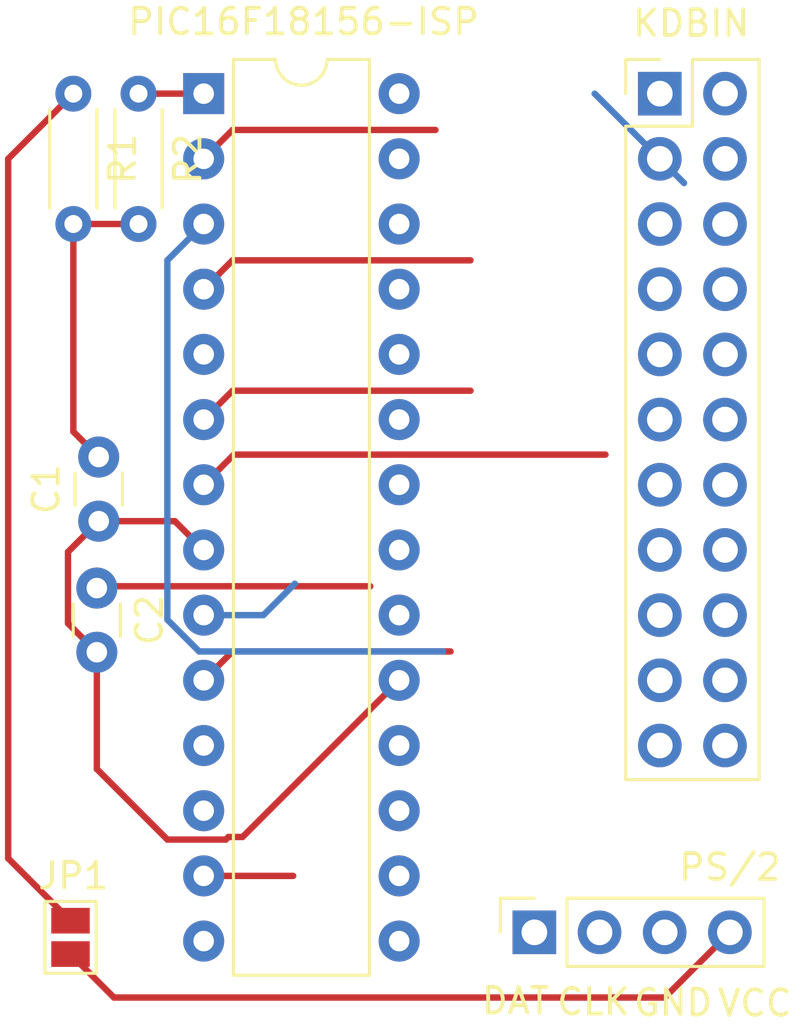
<source format=kicad_pcb>
(kicad_pcb (version 20221018) (generator pcbnew)
  (layers (0 "F.Cu" signal) (31 "B.Cu" signal) (34 "B.Paste" user) (35 "F.Paste" user) (36 "B.SilkS" user "B.Silkscreen") (37 "F.SilkS" user "F.Silkscreen") (38 "B.Mask" user) (39 "F.Mask" user) (44 "Edge.Cuts" user))
  (net 0 "")
  (net 1 "VSS")
  (net 2 "Net-(C1-Pad2)")
  (net 3 "VDD")
  (net 4 "Net-(U1-~{MCLR}{slash}Vpp{slash}RE3)")
  (net 5 "CN14-3")
  (net 6 "CN14-11")
  (net 7 "CN14-4")
  (net 8 "CN14-10")
  (net 9 "CN14-6")
  (net 10 "CN14-5")
  (net 11 "CN13-4")
  (net 12 "CN13-2")
  (net 13 "CN13-5")
  (net 14 "CN13-6")
  (net 15 "CN13-10")
  (net 16 "CN13-1")
  (net 17 "CN13-3")
  (net 18 "CN13-8")
  (net 19 "CN14-2")
  (net 21 "KBC_CLK")
  (net 22 "KBD_DATA")
  (net 29 "CN13-9")
  (net 30 "CN13-11")
  (net 31 "Net-(U1-Vdd)")
  (net 33 "Net-(JP1-B)")
  (footprint "Resistor_THT:R_Axial_DIN0204_L3.6mm_D1.6mm_P5.08mm_Horizontal" (layer "F.Cu") (at 93.98 48.26 -90)
    (fp_text reference "R2" (at 2.54 -1.92 90) (layer "F.SilkS"))
    (fp_text value "270R")
    (fp_line (start 0.62 -0.92) (end 4.46 -0.92) (stroke (width 0.12)) (layer "F.SilkS"))
    (fp_line (start 0.62 0.92) (end 4.46 0.92) (stroke (width 0.12)) (layer "F.SilkS"))
    (pad "1" thru_hole circle (at 0 0 270) (size 1.4 1.4) (drill 0.7) (layers "*.Cu" "*.Mask") (net 4 "Net-(U1-~{MCLR}{slash}Vpp{slash}RE3)"))
    (pad "2" thru_hole oval (at 5.08 0 270) (size 1.4 1.4) (drill 0.7) (layers "*.Cu" "*.Mask") (net 2 "Net-(C1-Pad2)"))
  )
  (footprint "Capacitor_THT:C_Disc_D3.0mm_W1.6mm_P2.50mm" (layer "F.Cu") (at 92.356002 67.525695 -90)
    (fp_text reference "C2" (at 1.25 -2.05 -90) (layer "F.SilkS"))
    (fp_text value "0.1uF 16V")
    (fp_line (start 0.621 -0.92) (end 1.879 -0.92) (stroke (width 0.12)) (layer "F.SilkS"))
    (fp_line (start 0.621 0.92) (end 1.879 0.92) (stroke (width 0.12)) (layer "F.SilkS"))
    (pad "1" thru_hole circle (at 0 0 270) (size 1.6 1.6) (drill 0.8) (layers "*.Cu" "*.Mask") (net 31 "Net-(U1-Vdd)"))
    (pad "2" thru_hole circle (at 2.5 0 270) (size 1.6 1.6) (drill 0.8) (layers "*.Cu" "*.Mask") (net 1 "VSS"))
  )
  (footprint "Connector_PinHeader_2.54mm:PinHeader_2x11_P2.54mm_Vertical" (layer "F.Cu") (at 114.3 48.26)
    (fp_text reference "J1" hide)
    (fp_text value "KDBIN" (at 1.224273 -2.740391) (layer "F.SilkS"))
    (fp_line (start -1.33 -1.33) (end 0 -1.33) (stroke (width 0.12)) (layer "F.SilkS"))
    (fp_line (start -1.33 0) (end -1.33 -1.33) (stroke (width 0.12)) (layer "F.SilkS"))
    (fp_line (start -1.33 1.27) (end -1.33 26.73) (stroke (width 0.12)) (layer "F.SilkS"))
    (fp_line (start -1.33 1.27) (end 1.27 1.27) (stroke (width 0.12)) (layer "F.SilkS"))
    (fp_line (start -1.33 26.73) (end 3.87 26.73) (stroke (width 0.12)) (layer "F.SilkS"))
    (fp_line (start 1.27 -1.33) (end 3.87 -1.33) (stroke (width 0.12)) (layer "F.SilkS"))
    (fp_line (start 1.27 1.27) (end 1.27 -1.33) (stroke (width 0.12)) (layer "F.SilkS"))
    (fp_line (start 3.87 -1.33) (end 3.87 26.73) (stroke (width 0.12)) (layer "F.SilkS"))
    (pad "1" thru_hole rect (at 0 0) (size 1.7 1.7) (drill 1) (layers "*.Cu" "*.Mask") (net 16 "CN13-1"))
    (pad "2" thru_hole oval (at 2.54 0) (size 1.7 1.7) (drill 1) (layers "*.Cu" "*.Mask") (net 17 "CN13-3"))
    (pad "3" thru_hole oval (at 0 2.54) (size 1.7 1.7) (drill 1) (layers "*.Cu" "*.Mask") (net 12 "CN13-2"))
    (pad "4" thru_hole oval (at 2.54 2.54) (size 1.7 1.7) (drill 1) (layers "*.Cu" "*.Mask") (net 19 "CN14-2"))
    (pad "5" thru_hole oval (at 0 5.08) (size 1.7 1.7) (drill 1) (layers "*.Cu" "*.Mask") (net 17 "CN13-3"))
    (pad "6" thru_hole oval (at 2.54 5.08) (size 1.7 1.7) (drill 1) (layers "*.Cu" "*.Mask") (net 5 "CN14-3"))
    (pad "7" thru_hole oval (at 0 7.62) (size 1.7 1.7) (drill 1) (layers "*.Cu" "*.Mask") (net 11 "CN13-4"))
    (pad "8" thru_hole oval (at 2.54 7.62) (size 1.7 1.7) (drill 1) (layers "*.Cu" "*.Mask") (net 7 "CN14-4"))
    (pad "9" thru_hole oval (at 0 10.16) (size 1.7 1.7) (drill 1) (layers "*.Cu" "*.Mask") (net 13 "CN13-5"))
    (pad "10" thru_hole oval (at 2.54 10.16) (size 1.7 1.7) (drill 1) (layers "*.Cu" "*.Mask") (net 10 "CN14-5"))
    (pad "11" thru_hole oval (at 0 12.7) (size 1.7 1.7) (drill 1) (layers "*.Cu" "*.Mask") (net 14 "CN13-6"))
    (pad "12" thru_hole oval (at 2.54 12.7) (size 1.7 1.7) (drill 1) (layers "*.Cu" "*.Mask") (net 9 "CN14-6"))
    (pad "13" thru_hole oval (at 0 15.24) (size 1.7 1.7) (drill 1) (layers "*.Cu" "*.Mask") (net 16 "CN13-1"))
    (pad "14" thru_hole oval (at 2.54 15.24) (size 1.7 1.7) (drill 1) (layers "*.Cu" "*.Mask") (net 7 "CN14-4"))
    (pad "15" thru_hole oval (at 0 17.78) (size 1.7 1.7) (drill 1) (layers "*.Cu" "*.Mask") (net 18 "CN13-8"))
    (pad "16" thru_hole oval (at 2.54 17.78) (size 1.7 1.7) (drill 1) (layers "*.Cu" "*.Mask") (net 12 "CN13-2"))
    (pad "17" thru_hole oval (at 0 20.32) (size 1.7 1.7) (drill 1) (layers "*.Cu" "*.Mask") (net 29 "CN13-9"))
    (pad "18" thru_hole oval (at 2.54 20.32) (size 1.7 1.7) (drill 1) (layers "*.Cu" "*.Mask") (net 18 "CN13-8"))
    (pad "19" thru_hole oval (at 0 22.86) (size 1.7 1.7) (drill 1) (layers "*.Cu" "*.Mask") (net 15 "CN13-10"))
    (pad "20" thru_hole oval (at 2.54 22.86) (size 1.7 1.7) (drill 1) (layers "*.Cu" "*.Mask") (net 8 "CN14-10"))
    (pad "21" thru_hole oval (at 0 25.4) (size 1.7 1.7) (drill 1) (layers "*.Cu" "*.Mask") (net 30 "CN13-11"))
    (pad "22" thru_hole oval (at 2.54 25.4) (size 1.7 1.7) (drill 1) (layers "*.Cu" "*.Mask") (net 6 "CN14-11"))
  )
  (footprint "Capacitor_THT:C_Disc_D3.0mm_W1.6mm_P2.50mm" (layer "F.Cu") (at 92.428713 64.918915 90)
    (fp_text reference "C1" (at 1.25 -2.05 90) (layer "F.SilkS"))
    (fp_text value "10nF 16V")
    (fp_line (start 0.621 -0.92) (end 1.879 -0.92) (stroke (width 0.12)) (layer "F.SilkS"))
    (fp_line (start 0.621 0.92) (end 1.879 0.92) (stroke (width 0.12)) (layer "F.SilkS"))
    (pad "1" thru_hole circle (at 0 0 90) (size 1.6 1.6) (drill 0.8) (layers "*.Cu" "*.Mask") (net 1 "VSS"))
    (pad "2" thru_hole circle (at 2.5 0 90) (size 1.6 1.6) (drill 0.8) (layers "*.Cu" "*.Mask") (net 2 "Net-(C1-Pad2)"))
  )
  (footprint "Connector_PinSocket_2.54mm:PinSocket_1x04_P2.54mm_Vertical" (layer "F.Cu") (at 109.410352 80.939446 90)
    (fp_text reference "J2" hide)
    (fp_text value "PS/2" (at 2.54 7.62 180) (layer "F.SilkS"))
    (fp_line (start -1.33 1.27) (end -1.33 8.95) (stroke (width 0.12)) (layer "F.SilkS"))
    (fp_line (start -1.33 1.27) (end 1.33 1.27) (stroke (width 0.12)) (layer "F.SilkS"))
    (fp_line (start -1.33 8.95) (end 1.33 8.95) (stroke (width 0.12)) (layer "F.SilkS"))
    (fp_line (start 0 -1.33) (end 1.33 -1.33) (stroke (width 0.12)) (layer "F.SilkS"))
    (fp_line (start 1.33 -1.33) (end 1.33 0) (stroke (width 0.12)) (layer "F.SilkS"))
    (fp_line (start 1.33 1.27) (end 1.33 8.95) (stroke (width 0.12)) (layer "F.SilkS"))
    (pad "1" thru_hole rect (at 0 0 90) (size 1.7 1.7) (drill 1) (layers "*.Cu" "*.Mask") (net 22 "KBD_DATA"))
    (pad "2" thru_hole oval (at 0 2.54 90) (size 1.7 1.7) (drill 1) (layers "*.Cu" "*.Mask"))
    (pad "3" thru_hole oval (at 0 5.08 90) (size 1.7 1.7) (drill 1) (layers "*.Cu" "*.Mask") (net 1 "VSS"))
    (pad "4" thru_hole oval (at 0 7.62 90) (size 1.7 1.7) (drill 1) (layers "*.Cu" "*.Mask") (net 33 "Net-(JP1-B)"))
  )
  (footprint "Jumper:SolderJumper-2_P1.3mm_Open_Pad1.0x1.5mm" (layer "F.Cu") (at 91.32921 81.135881 -90)
    (fp_text reference "JP1" (at -2.395881 -0.11079 -180) (layer "F.SilkS"))
    (fp_text value "~")
    (fp_line (start -1.4 -1) (end 1.4 -1) (stroke (width 0.12)) (layer "F.SilkS"))
    (fp_line (start -1.4 1) (end -1.4 -1) (stroke (width 0.12)) (layer "F.SilkS"))
    (fp_line (start 1.4 -1) (end 1.4 1) (stroke (width 0.12)) (layer "F.SilkS"))
    (fp_line (start 1.4 1) (end -1.4 1) (stroke (width 0.12)) (layer "F.SilkS"))
    (pad "1" smd rect (at -0.65 0 270) (size 1 1.5) (layers "F.Cu" "F.Mask") (net 3 "VDD"))
    (pad "2" smd rect (at 0.65 0 270) (size 1 1.5) (layers "F.Cu" "F.Mask") (net 33 "Net-(JP1-B)"))
  )
  (footprint "Package_DIP:DIP-28_W7.62mm" (layer "F.Cu") (at 96.52 48.26)
    (fp_text reference "U1" hide)
    (fp_text value "PIC16F18156-ISP" (at 3.896249 -2.80062) (layer "F.SilkS"))
    (fp_line (start 1.16 -1.33) (end 1.16 34.35) (stroke (width 0.12)) (layer "F.SilkS"))
    (fp_line (start 1.16 34.35) (end 6.46 34.35) (stroke (width 0.12)) (layer "F.SilkS"))
    (fp_line (start 2.81 -1.33) (end 1.16 -1.33) (stroke (width 0.12)) (layer "F.SilkS"))
    (fp_line (start 6.46 -1.33) (end 4.81 -1.33) (stroke (width 0.12)) (layer "F.SilkS"))
    (fp_line (start 6.46 34.35) (end 6.46 -1.33) (stroke (width 0.12)) (layer "F.SilkS"))
    (fp_arc (start 4.81 -1.33) (mid 3.81 -0.33) (end 2.81 -1.33) (stroke (width 0.12)) (layer "F.SilkS"))
    (pad "1" thru_hole rect (at 0 0) (size 1.6 1.6) (drill 0.8) (layers "*.Cu" "*.Mask") (net 4 "Net-(U1-~{MCLR}{slash}Vpp{slash}RE3)"))
    (pad "2" thru_hole oval (at 0 2.54) (size 1.6 1.6) (drill 0.8) (layers "*.Cu" "*.Mask") (net 5 "CN14-3"))
    (pad "3" thru_hole oval (at 0 5.08) (size 1.6 1.6) (drill 0.8) (layers "*.Cu" "*.Mask") (net 6 "CN14-11"))
    (pad "4" thru_hole oval (at 0 7.62) (size 1.6 1.6) (drill 0.8) (layers "*.Cu" "*.Mask") (net 7 "CN14-4"))
    (pad "5" thru_hole oval (at 0 10.16) (size 1.6 1.6) (drill 0.8) (layers "*.Cu" "*.Mask") (net 8 "CN14-10"))
    (pad "6" thru_hole oval (at 0 12.7) (size 1.6 1.6) (drill 0.8) (layers "*.Cu" "*.Mask") (net 9 "CN14-6"))
    (pad "7" thru_hole oval (at 0 15.24) (size 1.6 1.6) (drill 0.8) (layers "*.Cu" "*.Mask") (net 10 "CN14-5"))
    (pad "8" thru_hole oval (at 0 17.78) (size 1.6 1.6) (drill 0.8) (layers "*.Cu" "*.Mask") (net 1 "VSS"))
    (pad "9" thru_hole oval (at 0 20.32) (size 1.6 1.6) (drill 0.8) (layers "*.Cu" "*.Mask") (net 11 "CN13-4"))
    (pad "10" thru_hole oval (at 0 22.86) (size 1.6 1.6) (drill 0.8) (layers "*.Cu" "*.Mask") (net 12 "CN13-2"))
    (pad "11" thru_hole oval (at 0 25.4) (size 1.6 1.6) (drill 0.8) (layers "*.Cu" "*.Mask") (net 13 "CN13-5"))
    (pad "12" thru_hole oval (at 0 27.94) (size 1.6 1.6) (drill 0.8) (layers "*.Cu" "*.Mask") (net 14 "CN13-6"))
    (pad "13" thru_hole oval (at 0 30.48) (size 1.6 1.6) (drill 0.8) (layers "*.Cu" "*.Mask") (net 15 "CN13-10"))
    (pad "14" thru_hole oval (at 0 33.02) (size 1.6 1.6) (drill 0.8) (layers "*.Cu" "*.Mask") (net 16 "CN13-1"))
    (pad "15" thru_hole oval (at 7.62 33.02) (size 1.6 1.6) (drill 0.8) (layers "*.Cu" "*.Mask") (net 17 "CN13-3"))
    (pad "16" thru_hole oval (at 7.62 30.48) (size 1.6 1.6) (drill 0.8) (layers "*.Cu" "*.Mask") (net 18 "CN13-8"))
    (pad "17" thru_hole oval (at 7.62 27.94) (size 1.6 1.6) (drill 0.8) (layers "*.Cu" "*.Mask") (net 19 "CN14-2"))
    (pad "18" thru_hole oval (at 7.62 25.4) (size 1.6 1.6) (drill 0.8) (layers "*.Cu" "*.Mask"))
    (pad "19" thru_hole oval (at 7.62 22.86) (size 1.6 1.6) (drill 0.8) (layers "*.Cu" "*.Mask") (net 1 "VSS"))
    (pad "20" thru_hole oval (at 7.62 20.32) (size 1.6 1.6) (drill 0.8) (layers "*.Cu" "*.Mask") (net 31 "Net-(U1-Vdd)"))
    (pad "21" thru_hole oval (at 7.62 17.78) (size 1.6 1.6) (drill 0.8) (layers "*.Cu" "*.Mask") (net 21 "KBC_CLK"))
    (pad "22" thru_hole oval (at 7.62 15.24) (size 1.6 1.6) (drill 0.8) (layers "*.Cu" "*.Mask") (net 22 "KBD_DATA"))
    (pad "23" thru_hole oval (at 7.62 12.7) (size 1.6 1.6) (drill 0.8) (layers "*.Cu" "*.Mask"))
    (pad "24" thru_hole oval (at 7.62 10.16) (size 1.6 1.6) (drill 0.8) (layers "*.Cu" "*.Mask"))
    (pad "25" thru_hole oval (at 7.62 7.62) (size 1.6 1.6) (drill 0.8) (layers "*.Cu" "*.Mask"))
    (pad "26" thru_hole oval (at 7.62 5.08) (size 1.6 1.6) (drill 0.8) (layers "*.Cu" "*.Mask"))
    (pad "27" thru_hole oval (at 7.62 2.54) (size 1.6 1.6) (drill 0.8) (layers "*.Cu" "*.Mask"))
    (pad "28" thru_hole oval (at 7.62 0) (size 1.6 1.6) (drill 0.8) (layers "*.Cu" "*.Mask"))
  )
  (footprint "Resistor_THT:R_Axial_DIN0204_L3.6mm_D1.6mm_P5.08mm_Horizontal" (layer "F.Cu") (at 91.44 48.26 -90)
    (fp_text reference "R1" (at 2.54 -1.92 90) (layer "F.SilkS"))
    (fp_text value "10K")
    (fp_line (start 0.62 -0.92) (end 4.46 -0.92) (stroke (width 0.12)) (layer "F.SilkS"))
    (fp_line (start 0.62 0.92) (end 4.46 0.92) (stroke (width 0.12)) (layer "F.SilkS"))
    (pad "1" thru_hole circle (at 0 0 270) (size 1.4 1.4) (drill 0.7) (layers "*.Cu" "*.Mask") (net 3 "VDD"))
    (pad "2" thru_hole oval (at 5.08 0 270) (size 1.4 1.4) (drill 0.7) (layers "*.Cu" "*.Mask") (net 2 "Net-(C1-Pad2)"))
  )
  (gr_text "GND" (at 113.196557 84.267621) (layer "F.SilkS") (effects (font (size 1 1)) (justify left bottom)))
  (gr_text "VCC" (at 116.480118 84.285466) (layer "F.SilkS") (effects (font (size 1 1)) (justify left bottom)))
  (gr_text "DAT" (at 107.27187 84.196239) (layer "F.SilkS") (effects (font (size 1 1)) (justify left bottom)))
  (gr_text "CLK" (at 110.207445 84.23193) (layer "F.SilkS") (effects (font (size 1 1)) (justify left bottom)))
  (segment (start 92.356002 70.025695) (end 91.231002 68.900695) (width 0.25) (layer "F.Cu") (net 1))
  (segment (start 95.105 77.325) (end 97.381794 77.325) (width 0.25) (layer "F.Cu") (net 1))
  (segment (start 97.483653 77.223141) (end 98.036859 77.223141) (width 0.25) (layer "F.Cu") (net 1))
  (segment (start 98.036859 77.223141) (end 104.14 71.12) (width 0.25) (layer "F.Cu") (net 1))
  (segment (start 92.356002 74.576002) (end 95.105 77.325) (width 0.25) (layer "F.Cu") (net 1))
  (segment (start 92.428713 64.918915) (end 95.398915 64.918915) (width 0.25) (layer "F.Cu") (net 1))
  (segment (start 91.231002 68.900695) (end 91.231002 66.116626) (width 0.25) (layer "F.Cu") (net 1))
  (segment (start 92.356002 70.025695) (end 92.356002 74.576002) (width 0.25) (layer "F.Cu") (net 1))
  (segment (start 95.398915 64.918915) (end 96.52 66.04) (width 0.25) (layer "F.Cu") (net 1))
  (segment (start 97.381794 77.325) (end 97.483653 77.223141) (width 0.25) (layer "F.Cu") (net 1))
  (segment (start 91.231002 66.116626) (end 92.428713 64.918915) (width 0.25) (layer "F.Cu") (net 1))
  (segment (start 91.44 53.34) (end 91.44 61.430202) (width 0.25) (layer "F.Cu") (net 2))
  (segment (start 93.98 53.34) (end 91.44 53.34) (width 0.25) (layer "F.Cu") (net 2))
  (segment (start 91.44 61.430202) (end 92.428713 62.418915) (width 0.25) (layer "F.Cu") (net 2))
  (segment (start 91.44 48.26) (end 88.9 50.8) (width 0.25) (layer "F.Cu") (net 3))
  (segment (start 88.9 78.056671) (end 91.32921 80.485881) (width 0.25) (layer "F.Cu") (net 3))
  (segment (start 88.9 50.8) (end 88.9 78.056671) (width 0.25) (layer "F.Cu") (net 3))
  (segment (start 96.52 48.26) (end 93.98 48.26) (width 0.25) (layer "F.Cu") (net 4))
  (segment (start 96.52 50.8) (end 97.645 49.675) (width 0.25) (layer "F.Cu") (net 5))
  (segment (start 97.645 49.675) (end 105.555 49.675) (width 0.25) (layer "F.Cu") (net 5))
  (segment (start 95.104633 68.755624) (end 96.344009 69.995) (width 0.25) (layer "B.Cu") (net 6))
  (segment (start 96.52 53.34) (end 95.104633 54.755367) (width 0.25) (layer "B.Cu") (net 6))
  (segment (start 96.344009 69.995) (end 105.845733 69.995) (width 0.25) (layer "B.Cu") (net 6))
  (segment (start 95.104633 54.755367) (end 95.104633 68.755624) (width 0.25) (layer "B.Cu") (net 6))
  (segment (start 96.52 55.88) (end 97.645 54.755) (width 0.25) (layer "F.Cu") (net 7))
  (segment (start 97.645 54.755) (end 106.92 54.755) (width 0.25) (layer "F.Cu") (net 7))
  (segment (start 97.645 59.835) (end 106.92 59.835) (width 0.25) (layer "F.Cu") (net 9))
  (segment (start 96.52 60.96) (end 97.645 59.835) (width 0.25) (layer "F.Cu") (net 9))
  (segment (start 97.695 62.325) (end 112.179922 62.325) (width 0.25) (layer "F.Cu") (net 10))
  (segment (start 96.52 63.5) (end 97.695 62.325) (width 0.25) (layer "F.Cu") (net 10))
  (segment (start 98.848088 68.58) (end 100.073473 67.354615) (width 0.25) (layer "B.Cu") (net 11))
  (segment (start 96.52 68.58) (end 98.848088 68.58) (width 0.25) (layer "B.Cu") (net 11))
  (segment (start 96.52 71.12) (end 97.645 69.995) (width 0.25) (layer "F.Cu") (net 12))
  (segment (start 97.645 69.995) (end 106.143299 69.995) (width 0.25) (layer "F.Cu") (net 12))
  (segment (start 111.76 48.26) (end 115.243577 51.743577) (width 0.25) (layer "B.Cu") (net 12))
  (segment (start 96.52 78.74) (end 100.009009 78.74) (width 0.25) (layer "F.Cu") (net 15))
  (segment (start 92.356002 67.525695) (end 92.426697 67.455) (width 0.25) (layer "F.Cu") (net 31))
  (segment (start 92.426697 67.455) (end 103.015 67.455) (width 0.25) (layer "F.Cu") (net 31))
  (segment (start 114.490352 83.479446) (end 117.030352 80.939446) (width 0.25) (layer "F.Cu") (net 33))
  (segment (start 93.022775 83.479446) (end 114.490352 83.479446) (width 0.25) (layer "F.Cu") (net 33))
  (segment (start 91.32921 81.785881) (end 93.022775 83.479446) (width 0.25) (layer "F.Cu") (net 33))
)
</source>
